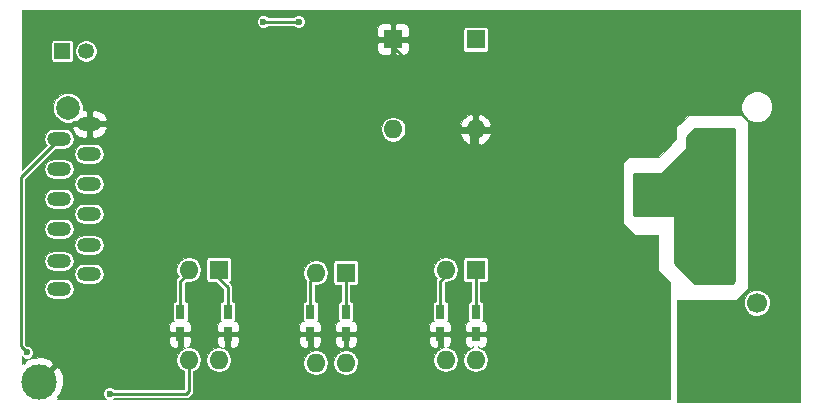
<source format=gbr>
G04 #@! TF.FileFunction,Copper,L2,Bot,Signal*
%FSLAX46Y46*%
G04 Gerber Fmt 4.6, Leading zero omitted, Abs format (unit mm)*
G04 Created by KiCad (PCBNEW 4.0.4+e1-6308~48~ubuntu14.04.1-stable) date Wed Jan  4 17:00:53 2017*
%MOMM*%
%LPD*%
G01*
G04 APERTURE LIST*
%ADD10C,0.100000*%
%ADD11R,1.350000X1.350000*%
%ADD12C,1.350000*%
%ADD13R,0.750000X1.200000*%
%ADD14C,1.700000*%
%ADD15C,3.000000*%
%ADD16R,1.600000X1.600000*%
%ADD17O,1.600000X1.600000*%
%ADD18O,2.000000X1.200000*%
%ADD19C,2.000000*%
%ADD20C,0.600000*%
%ADD21C,0.250000*%
%ADD22C,0.254000*%
G04 APERTURE END LIST*
D10*
D11*
X154000000Y-93000000D03*
D12*
X156000000Y-93000000D03*
D13*
X189000000Y-115050000D03*
X189000000Y-116950000D03*
X186000000Y-115050000D03*
X186000000Y-116950000D03*
X168000000Y-115050000D03*
X168000000Y-116950000D03*
X164000000Y-115050000D03*
X164000000Y-116950000D03*
X178000000Y-115050000D03*
X178000000Y-116950000D03*
X175000000Y-115050000D03*
X175000000Y-116950000D03*
D14*
X212800000Y-114300000D03*
D15*
X152000000Y-121000000D03*
D16*
X167250000Y-111500000D03*
D17*
X164710000Y-119120000D03*
X164710000Y-111500000D03*
X167250000Y-119120000D03*
D16*
X189000000Y-92000000D03*
D17*
X189000000Y-99620000D03*
D16*
X178000000Y-111750000D03*
D17*
X175460000Y-119370000D03*
X175460000Y-111750000D03*
X178000000Y-119370000D03*
D16*
X189000000Y-111500000D03*
D17*
X186460000Y-119120000D03*
X186460000Y-111500000D03*
X189000000Y-119120000D03*
D16*
X182000000Y-92000000D03*
D17*
X182000000Y-99620000D03*
D18*
X156270000Y-99150000D03*
X153730000Y-100420000D03*
X156270000Y-101690000D03*
X153730000Y-102966000D03*
X156270000Y-104230000D03*
X153730000Y-105500000D03*
X156270000Y-106770000D03*
X153730000Y-108040000D03*
X156270000Y-109400000D03*
X153730000Y-110780000D03*
X156270000Y-111850000D03*
X153730000Y-113120000D03*
D19*
X154470000Y-97800000D03*
D20*
X172250000Y-98250000D03*
X169500000Y-98250000D03*
X214750000Y-110250000D03*
X214750000Y-107250000D03*
X214750000Y-101750000D03*
X214750000Y-104500000D03*
X202500000Y-99000000D03*
X198000000Y-104500000D03*
X192000000Y-105500000D03*
X192000000Y-107000000D03*
X163600000Y-96800000D03*
X200600000Y-117500000D03*
X175000000Y-98400000D03*
X173400000Y-94400000D03*
X208750000Y-110000000D03*
X208750000Y-107250000D03*
X208000000Y-104500000D03*
X174000000Y-90500000D03*
X171000000Y-90500000D03*
X151000000Y-118500000D03*
X158000000Y-122000000D03*
D21*
X156270000Y-99150000D02*
X156270000Y-96730000D01*
X157000000Y-96000000D02*
X163600000Y-96000000D01*
X156270000Y-96730000D02*
X157000000Y-96000000D01*
X214750000Y-101750000D02*
X214750000Y-96350000D01*
X205300000Y-96200000D02*
X202500000Y-99000000D01*
X214600000Y-96200000D02*
X205300000Y-96200000D01*
X214750000Y-96350000D02*
X214600000Y-96200000D01*
X172000000Y-98000000D02*
X172000000Y-96000000D01*
X172250000Y-98250000D02*
X172000000Y-98000000D01*
X169500000Y-98250000D02*
X169500000Y-96000000D01*
X214750000Y-110250000D02*
X214750000Y-107250000D01*
X214750000Y-107250000D02*
X214750000Y-104500000D01*
X214750000Y-104500000D02*
X214750000Y-101750000D01*
X201680000Y-99820000D02*
X188600000Y-99820000D01*
X202500000Y-99000000D02*
X201680000Y-99820000D01*
X164000000Y-116950000D02*
X156050000Y-116950000D01*
X156050000Y-116950000D02*
X152000000Y-121000000D01*
X193500000Y-104000000D02*
X192000000Y-105500000D01*
X197500000Y-104000000D02*
X193500000Y-104000000D01*
X198000000Y-104500000D02*
X197500000Y-104000000D01*
X192000000Y-105500000D02*
X192000000Y-107000000D01*
X192000000Y-107000000D02*
X190400000Y-107000000D01*
X190400000Y-107000000D02*
X188600000Y-105200000D01*
X188600000Y-105200000D02*
X188600000Y-99820000D01*
X182200000Y-92200000D02*
X182200000Y-92800000D01*
X182200000Y-92800000D02*
X184100000Y-94700000D01*
X188600000Y-99820000D02*
X185580000Y-99820000D01*
X185580000Y-99820000D02*
X185400000Y-100000000D01*
X163600000Y-96800000D02*
X163600000Y-96000000D01*
X182800000Y-96000000D02*
X182800000Y-97600000D01*
X184100000Y-94700000D02*
X182800000Y-96000000D01*
X164000000Y-116950000D02*
X168000000Y-116950000D01*
X168000000Y-116950000D02*
X175000000Y-116950000D01*
X175000000Y-116950000D02*
X178000000Y-116950000D01*
X178000000Y-116950000D02*
X186000000Y-116950000D01*
X186000000Y-116950000D02*
X189000000Y-116950000D01*
X189000000Y-116950000D02*
X189050000Y-117000000D01*
X189050000Y-117000000D02*
X191200000Y-117000000D01*
X191200000Y-117000000D02*
X192200000Y-116000000D01*
X173400000Y-96000000D02*
X172000000Y-96000000D01*
X172000000Y-96000000D02*
X169500000Y-96000000D01*
X169500000Y-96000000D02*
X163600000Y-96000000D01*
X192200000Y-116000000D02*
X192200000Y-113400000D01*
X197400000Y-113400000D02*
X192200000Y-113400000D01*
X192200000Y-113400000D02*
X192200000Y-111400000D01*
X192200000Y-111400000D02*
X190400000Y-109600000D01*
X197400000Y-114300000D02*
X197400000Y-113400000D01*
X200600000Y-117500000D02*
X197400000Y-114300000D01*
X175000000Y-98400000D02*
X175000000Y-96000000D01*
X173400000Y-94400000D02*
X173400000Y-96000000D01*
X181200000Y-96000000D02*
X175000000Y-96000000D01*
X175000000Y-96000000D02*
X173400000Y-96000000D01*
X190400000Y-105200000D02*
X188200000Y-103000000D01*
X188200000Y-103000000D02*
X185600000Y-100400000D01*
X185600000Y-100400000D02*
X182800000Y-97600000D01*
X190400000Y-107000000D02*
X190400000Y-105500000D01*
X190400000Y-105500000D02*
X190400000Y-105200000D01*
X190400000Y-109600000D02*
X190400000Y-107000000D01*
X182800000Y-97600000D02*
X181200000Y-96000000D01*
X208500000Y-109750000D02*
X207000000Y-109750000D01*
X208750000Y-110000000D02*
X208500000Y-109750000D01*
X208000000Y-106500000D02*
X207250000Y-106500000D01*
X208750000Y-107250000D02*
X208000000Y-106500000D01*
X207250000Y-103750000D02*
X207250000Y-102500000D01*
X208000000Y-104500000D02*
X207250000Y-103750000D01*
X171000000Y-90500000D02*
X174000000Y-90500000D01*
X164710000Y-119120000D02*
X164710000Y-121790000D01*
X150500000Y-103650000D02*
X153730000Y-100420000D01*
X150500000Y-118000000D02*
X150500000Y-103650000D01*
X151000000Y-118500000D02*
X150500000Y-118000000D01*
X164500000Y-122000000D02*
X158000000Y-122000000D01*
X164710000Y-121790000D02*
X164500000Y-122000000D01*
X175000000Y-115050000D02*
X175000000Y-112460000D01*
X175000000Y-112460000D02*
X175460000Y-112000000D01*
X178000000Y-115050000D02*
X178000000Y-112000000D01*
X164000000Y-112460000D02*
X164460000Y-112000000D01*
X164000000Y-115050000D02*
X164000000Y-112460000D01*
X168000000Y-113000000D02*
X167000000Y-112000000D01*
X168000000Y-115050000D02*
X168000000Y-113000000D01*
X186000000Y-115050000D02*
X186000000Y-112460000D01*
X186000000Y-112460000D02*
X186460000Y-112000000D01*
X189000000Y-115050000D02*
X189000000Y-112000000D01*
D22*
G36*
X210873000Y-112447394D02*
X210697394Y-112623000D01*
X207552606Y-112623000D01*
X205877000Y-110947394D01*
X205877000Y-107000000D01*
X205866994Y-106950590D01*
X205838553Y-106908965D01*
X205796159Y-106881685D01*
X205750000Y-106873000D01*
X202377000Y-106873000D01*
X202377000Y-103377000D01*
X204750000Y-103377000D01*
X204799410Y-103366994D01*
X204839803Y-103339803D01*
X206839803Y-101339803D01*
X206867666Y-101297789D01*
X206877000Y-101250000D01*
X206877000Y-100302606D01*
X207552606Y-99627000D01*
X210873000Y-99627000D01*
X210873000Y-112447394D01*
X210873000Y-112447394D01*
G37*
X210873000Y-112447394D02*
X210697394Y-112623000D01*
X207552606Y-112623000D01*
X205877000Y-110947394D01*
X205877000Y-107000000D01*
X205866994Y-106950590D01*
X205838553Y-106908965D01*
X205796159Y-106881685D01*
X205750000Y-106873000D01*
X202377000Y-106873000D01*
X202377000Y-103377000D01*
X204750000Y-103377000D01*
X204799410Y-103366994D01*
X204839803Y-103339803D01*
X206839803Y-101339803D01*
X206867666Y-101297789D01*
X206877000Y-101250000D01*
X206877000Y-100302606D01*
X207552606Y-99627000D01*
X210873000Y-99627000D01*
X210873000Y-112447394D01*
D10*
G36*
X216450000Y-122675000D02*
X206050000Y-122675000D01*
X206050000Y-114517844D01*
X211699810Y-114517844D01*
X211866922Y-114922286D01*
X212176087Y-115231991D01*
X212580237Y-115399808D01*
X213017844Y-115400190D01*
X213422286Y-115233078D01*
X213731991Y-114923913D01*
X213899808Y-114519763D01*
X213900190Y-114082156D01*
X213733078Y-113677714D01*
X213423913Y-113368009D01*
X213019763Y-113200192D01*
X212582156Y-113199810D01*
X212177714Y-113366922D01*
X211868009Y-113676087D01*
X211700192Y-114080237D01*
X211699810Y-114517844D01*
X206050000Y-114517844D01*
X206050000Y-114050000D01*
X211000000Y-114050000D01*
X211019453Y-114046061D01*
X211035355Y-114035355D01*
X212035355Y-113035355D01*
X212046325Y-113018815D01*
X212050000Y-113000000D01*
X212050000Y-99000000D01*
X212046061Y-98980547D01*
X212035355Y-98964645D01*
X211535355Y-98464645D01*
X211518815Y-98453675D01*
X211500000Y-98450000D01*
X207000000Y-98450000D01*
X206980547Y-98453939D01*
X206964645Y-98464645D01*
X205964645Y-99464645D01*
X205953675Y-99481185D01*
X205950000Y-99500000D01*
X205950000Y-100479290D01*
X204479290Y-101950000D01*
X202000000Y-101950000D01*
X201980547Y-101953939D01*
X201964645Y-101964645D01*
X201464645Y-102464645D01*
X201453675Y-102481185D01*
X201450000Y-102500000D01*
X201450000Y-107500000D01*
X201453939Y-107519453D01*
X201464645Y-107535355D01*
X202464645Y-108535355D01*
X202481185Y-108546325D01*
X202500000Y-108550000D01*
X204450000Y-108550000D01*
X204450000Y-111500000D01*
X204453939Y-111519453D01*
X204464645Y-111535355D01*
X205450000Y-112520710D01*
X205450000Y-122450000D01*
X158327711Y-122450000D01*
X158402842Y-122375000D01*
X164500000Y-122375000D01*
X164643507Y-122346455D01*
X164765165Y-122265165D01*
X164975165Y-122055165D01*
X165056455Y-121933507D01*
X165085000Y-121790000D01*
X165085000Y-120115979D01*
X165111818Y-120110645D01*
X165452462Y-119883033D01*
X165680074Y-119542389D01*
X165760000Y-119140571D01*
X165760000Y-119099429D01*
X166200000Y-119099429D01*
X166200000Y-119140571D01*
X166279926Y-119542389D01*
X166507538Y-119883033D01*
X166848182Y-120110645D01*
X167250000Y-120190571D01*
X167651818Y-120110645D01*
X167992462Y-119883033D01*
X168220074Y-119542389D01*
X168258455Y-119349429D01*
X174410000Y-119349429D01*
X174410000Y-119390571D01*
X174489926Y-119792389D01*
X174717538Y-120133033D01*
X175058182Y-120360645D01*
X175460000Y-120440571D01*
X175861818Y-120360645D01*
X176202462Y-120133033D01*
X176430074Y-119792389D01*
X176510000Y-119390571D01*
X176510000Y-119349429D01*
X176950000Y-119349429D01*
X176950000Y-119390571D01*
X177029926Y-119792389D01*
X177257538Y-120133033D01*
X177598182Y-120360645D01*
X178000000Y-120440571D01*
X178401818Y-120360645D01*
X178742462Y-120133033D01*
X178970074Y-119792389D01*
X179050000Y-119390571D01*
X179050000Y-119349429D01*
X179000273Y-119099429D01*
X185410000Y-119099429D01*
X185410000Y-119140571D01*
X185489926Y-119542389D01*
X185717538Y-119883033D01*
X186058182Y-120110645D01*
X186460000Y-120190571D01*
X186861818Y-120110645D01*
X187202462Y-119883033D01*
X187430074Y-119542389D01*
X187510000Y-119140571D01*
X187510000Y-119099429D01*
X187950000Y-119099429D01*
X187950000Y-119140571D01*
X188029926Y-119542389D01*
X188257538Y-119883033D01*
X188598182Y-120110645D01*
X189000000Y-120190571D01*
X189401818Y-120110645D01*
X189742462Y-119883033D01*
X189970074Y-119542389D01*
X190050000Y-119140571D01*
X190050000Y-119099429D01*
X189970074Y-118697611D01*
X189742462Y-118356967D01*
X189401818Y-118129355D01*
X189204002Y-118090007D01*
X189204002Y-117985002D01*
X189327000Y-118108000D01*
X189485993Y-118108000D01*
X189691082Y-118023049D01*
X189848050Y-117866082D01*
X189933000Y-117660993D01*
X189933000Y-117293500D01*
X189793500Y-117154000D01*
X189187500Y-117154000D01*
X189187500Y-117174000D01*
X188812500Y-117174000D01*
X188812500Y-117154000D01*
X188206500Y-117154000D01*
X188067000Y-117293500D01*
X188067000Y-117660993D01*
X188151950Y-117866082D01*
X188308918Y-118023049D01*
X188514007Y-118108000D01*
X188673000Y-118108000D01*
X188795998Y-117985002D01*
X188795998Y-118090007D01*
X188598182Y-118129355D01*
X188257538Y-118356967D01*
X188029926Y-118697611D01*
X187950000Y-119099429D01*
X187510000Y-119099429D01*
X187430074Y-118697611D01*
X187202462Y-118356967D01*
X186861818Y-118129355D01*
X186573089Y-118071924D01*
X186691082Y-118023049D01*
X186848050Y-117866082D01*
X186933000Y-117660993D01*
X186933000Y-117293500D01*
X186793500Y-117154000D01*
X186187500Y-117154000D01*
X186187500Y-117968500D01*
X186300212Y-118081212D01*
X186058182Y-118129355D01*
X185717538Y-118356967D01*
X185489926Y-118697611D01*
X185410000Y-119099429D01*
X179000273Y-119099429D01*
X178970074Y-118947611D01*
X178742462Y-118606967D01*
X178401818Y-118379355D01*
X178000000Y-118299429D01*
X177598182Y-118379355D01*
X177257538Y-118606967D01*
X177029926Y-118947611D01*
X176950000Y-119349429D01*
X176510000Y-119349429D01*
X176430074Y-118947611D01*
X176202462Y-118606967D01*
X175861818Y-118379355D01*
X175460000Y-118299429D01*
X175058182Y-118379355D01*
X174717538Y-118606967D01*
X174489926Y-118947611D01*
X174410000Y-119349429D01*
X168258455Y-119349429D01*
X168300000Y-119140571D01*
X168300000Y-119099429D01*
X168220074Y-118697611D01*
X167992462Y-118356967D01*
X167651818Y-118129355D01*
X167544458Y-118108000D01*
X167673000Y-118108000D01*
X167812500Y-117968500D01*
X167812500Y-117154000D01*
X168187500Y-117154000D01*
X168187500Y-117968500D01*
X168327000Y-118108000D01*
X168485993Y-118108000D01*
X168691082Y-118023049D01*
X168848050Y-117866082D01*
X168933000Y-117660993D01*
X168933000Y-117293500D01*
X174067000Y-117293500D01*
X174067000Y-117660993D01*
X174151950Y-117866082D01*
X174308918Y-118023049D01*
X174514007Y-118108000D01*
X174673000Y-118108000D01*
X174812500Y-117968500D01*
X174812500Y-117154000D01*
X175187500Y-117154000D01*
X175187500Y-117968500D01*
X175327000Y-118108000D01*
X175485993Y-118108000D01*
X175691082Y-118023049D01*
X175848050Y-117866082D01*
X175933000Y-117660993D01*
X175933000Y-117293500D01*
X177067000Y-117293500D01*
X177067000Y-117660993D01*
X177151950Y-117866082D01*
X177308918Y-118023049D01*
X177514007Y-118108000D01*
X177673000Y-118108000D01*
X177812500Y-117968500D01*
X177812500Y-117154000D01*
X178187500Y-117154000D01*
X178187500Y-117968500D01*
X178327000Y-118108000D01*
X178485993Y-118108000D01*
X178691082Y-118023049D01*
X178848050Y-117866082D01*
X178933000Y-117660993D01*
X178933000Y-117293500D01*
X185067000Y-117293500D01*
X185067000Y-117660993D01*
X185151950Y-117866082D01*
X185308918Y-118023049D01*
X185514007Y-118108000D01*
X185673000Y-118108000D01*
X185812500Y-117968500D01*
X185812500Y-117154000D01*
X185206500Y-117154000D01*
X185067000Y-117293500D01*
X178933000Y-117293500D01*
X178793500Y-117154000D01*
X178187500Y-117154000D01*
X177812500Y-117154000D01*
X177206500Y-117154000D01*
X177067000Y-117293500D01*
X175933000Y-117293500D01*
X175793500Y-117154000D01*
X175187500Y-117154000D01*
X174812500Y-117154000D01*
X174206500Y-117154000D01*
X174067000Y-117293500D01*
X168933000Y-117293500D01*
X168793500Y-117154000D01*
X168187500Y-117154000D01*
X167812500Y-117154000D01*
X167206500Y-117154000D01*
X167067000Y-117293500D01*
X167067000Y-117660993D01*
X167151950Y-117866082D01*
X167308918Y-118023049D01*
X167485874Y-118096347D01*
X167250000Y-118049429D01*
X166848182Y-118129355D01*
X166507538Y-118356967D01*
X166279926Y-118697611D01*
X166200000Y-119099429D01*
X165760000Y-119099429D01*
X165680074Y-118697611D01*
X165452462Y-118356967D01*
X165111818Y-118129355D01*
X164710000Y-118049429D01*
X164551080Y-118081040D01*
X164691082Y-118023049D01*
X164848050Y-117866082D01*
X164933000Y-117660993D01*
X164933000Y-117293500D01*
X164793500Y-117154000D01*
X164187500Y-117154000D01*
X164187500Y-117968500D01*
X164327000Y-118108000D01*
X164415542Y-118108000D01*
X164308182Y-118129355D01*
X163967538Y-118356967D01*
X163739926Y-118697611D01*
X163660000Y-119099429D01*
X163660000Y-119140571D01*
X163739926Y-119542389D01*
X163967538Y-119883033D01*
X164308182Y-120110645D01*
X164335000Y-120115979D01*
X164335000Y-121625000D01*
X158402793Y-121625000D01*
X158311957Y-121534005D01*
X158109882Y-121450096D01*
X157891078Y-121449905D01*
X157688857Y-121533461D01*
X157534005Y-121688043D01*
X157450096Y-121890118D01*
X157449905Y-122108922D01*
X157533461Y-122311143D01*
X157672076Y-122450000D01*
X153516085Y-122450000D01*
X153627294Y-122338791D01*
X153521814Y-122233311D01*
X153809442Y-122062479D01*
X154078300Y-121289159D01*
X154030756Y-120471817D01*
X153809442Y-119937521D01*
X153521812Y-119766688D01*
X152288500Y-121000000D01*
X152302642Y-121014142D01*
X152014142Y-121302642D01*
X152000000Y-121288500D01*
X151985858Y-121302642D01*
X151697358Y-121014142D01*
X151711500Y-121000000D01*
X151697358Y-120985858D01*
X151985858Y-120697358D01*
X152000000Y-120711500D01*
X153233312Y-119478188D01*
X153062479Y-119190558D01*
X152289159Y-118921700D01*
X151471817Y-118969244D01*
X150937521Y-119190558D01*
X150766689Y-119478186D01*
X150661209Y-119372706D01*
X150550000Y-119483915D01*
X150550000Y-118827711D01*
X150688043Y-118965995D01*
X150890118Y-119049904D01*
X151108922Y-119050095D01*
X151311143Y-118966539D01*
X151465995Y-118811957D01*
X151549904Y-118609882D01*
X151550095Y-118391078D01*
X151466539Y-118188857D01*
X151311957Y-118034005D01*
X151109882Y-117950096D01*
X150980313Y-117949983D01*
X150875000Y-117844670D01*
X150875000Y-117293500D01*
X163067000Y-117293500D01*
X163067000Y-117660993D01*
X163151950Y-117866082D01*
X163308918Y-118023049D01*
X163514007Y-118108000D01*
X163673000Y-118108000D01*
X163812500Y-117968500D01*
X163812500Y-117154000D01*
X163206500Y-117154000D01*
X163067000Y-117293500D01*
X150875000Y-117293500D01*
X150875000Y-116239007D01*
X163067000Y-116239007D01*
X163067000Y-116606500D01*
X163206500Y-116746000D01*
X163812500Y-116746000D01*
X163812500Y-116726000D01*
X164187500Y-116726000D01*
X164187500Y-116746000D01*
X164793500Y-116746000D01*
X164933000Y-116606500D01*
X164933000Y-116239007D01*
X164848050Y-116033918D01*
X164691082Y-115876951D01*
X164559691Y-115822527D01*
X164609815Y-115749169D01*
X164629897Y-115650000D01*
X164629897Y-114450000D01*
X164612465Y-114357356D01*
X164557712Y-114272268D01*
X164474169Y-114215185D01*
X164375000Y-114195103D01*
X164375000Y-112615330D01*
X164467913Y-112522417D01*
X164710000Y-112570571D01*
X165111818Y-112490645D01*
X165452462Y-112263033D01*
X165680074Y-111922389D01*
X165760000Y-111520571D01*
X165760000Y-111479429D01*
X165680074Y-111077611D01*
X165452462Y-110736967D01*
X165397138Y-110700000D01*
X166195103Y-110700000D01*
X166195103Y-112300000D01*
X166212535Y-112392644D01*
X166267288Y-112477732D01*
X166350831Y-112534815D01*
X166450000Y-112554897D01*
X167024567Y-112554897D01*
X167625000Y-113155330D01*
X167625000Y-114195103D01*
X167532356Y-114212535D01*
X167447268Y-114267288D01*
X167390185Y-114350831D01*
X167370103Y-114450000D01*
X167370103Y-115650000D01*
X167387535Y-115742644D01*
X167439227Y-115822975D01*
X167308918Y-115876951D01*
X167151950Y-116033918D01*
X167067000Y-116239007D01*
X167067000Y-116606500D01*
X167206500Y-116746000D01*
X167812500Y-116746000D01*
X167812500Y-116726000D01*
X168187500Y-116726000D01*
X168187500Y-116746000D01*
X168793500Y-116746000D01*
X168933000Y-116606500D01*
X168933000Y-116239007D01*
X174067000Y-116239007D01*
X174067000Y-116606500D01*
X174206500Y-116746000D01*
X174812500Y-116746000D01*
X174812500Y-116726000D01*
X175187500Y-116726000D01*
X175187500Y-116746000D01*
X175793500Y-116746000D01*
X175933000Y-116606500D01*
X175933000Y-116239007D01*
X175848050Y-116033918D01*
X175691082Y-115876951D01*
X175559691Y-115822527D01*
X175609815Y-115749169D01*
X175629897Y-115650000D01*
X175629897Y-114450000D01*
X175612465Y-114357356D01*
X175557712Y-114272268D01*
X175474169Y-114215185D01*
X175375000Y-114195103D01*
X175375000Y-112803664D01*
X175460000Y-112820571D01*
X175861818Y-112740645D01*
X176202462Y-112513033D01*
X176430074Y-112172389D01*
X176510000Y-111770571D01*
X176510000Y-111729429D01*
X176430074Y-111327611D01*
X176202462Y-110986967D01*
X176147138Y-110950000D01*
X176945103Y-110950000D01*
X176945103Y-112550000D01*
X176962535Y-112642644D01*
X177017288Y-112727732D01*
X177100831Y-112784815D01*
X177200000Y-112804897D01*
X177625000Y-112804897D01*
X177625000Y-114195103D01*
X177532356Y-114212535D01*
X177447268Y-114267288D01*
X177390185Y-114350831D01*
X177370103Y-114450000D01*
X177370103Y-115650000D01*
X177387535Y-115742644D01*
X177439227Y-115822975D01*
X177308918Y-115876951D01*
X177151950Y-116033918D01*
X177067000Y-116239007D01*
X177067000Y-116606500D01*
X177206500Y-116746000D01*
X177812500Y-116746000D01*
X177812500Y-116726000D01*
X178187500Y-116726000D01*
X178187500Y-116746000D01*
X178793500Y-116746000D01*
X178933000Y-116606500D01*
X178933000Y-116239007D01*
X185067000Y-116239007D01*
X185067000Y-116606500D01*
X185206500Y-116746000D01*
X185812500Y-116746000D01*
X185812500Y-116726000D01*
X186187500Y-116726000D01*
X186187500Y-116746000D01*
X186793500Y-116746000D01*
X186933000Y-116606500D01*
X186933000Y-116239007D01*
X186848050Y-116033918D01*
X186691082Y-115876951D01*
X186559691Y-115822527D01*
X186609815Y-115749169D01*
X186629897Y-115650000D01*
X186629897Y-114450000D01*
X186612465Y-114357356D01*
X186557712Y-114272268D01*
X186474169Y-114215185D01*
X186375000Y-114195103D01*
X186375000Y-112615330D01*
X186426435Y-112563895D01*
X186460000Y-112570571D01*
X186861818Y-112490645D01*
X187202462Y-112263033D01*
X187430074Y-111922389D01*
X187510000Y-111520571D01*
X187510000Y-111479429D01*
X187430074Y-111077611D01*
X187202462Y-110736967D01*
X187147138Y-110700000D01*
X187945103Y-110700000D01*
X187945103Y-112300000D01*
X187962535Y-112392644D01*
X188017288Y-112477732D01*
X188100831Y-112534815D01*
X188200000Y-112554897D01*
X188625000Y-112554897D01*
X188625000Y-114195103D01*
X188532356Y-114212535D01*
X188447268Y-114267288D01*
X188390185Y-114350831D01*
X188370103Y-114450000D01*
X188370103Y-115650000D01*
X188387535Y-115742644D01*
X188439227Y-115822975D01*
X188308918Y-115876951D01*
X188151950Y-116033918D01*
X188067000Y-116239007D01*
X188067000Y-116606500D01*
X188206500Y-116746000D01*
X188812500Y-116746000D01*
X188812500Y-116726000D01*
X189187500Y-116726000D01*
X189187500Y-116746000D01*
X189793500Y-116746000D01*
X189933000Y-116606500D01*
X189933000Y-116239007D01*
X189848050Y-116033918D01*
X189691082Y-115876951D01*
X189559691Y-115822527D01*
X189609815Y-115749169D01*
X189629897Y-115650000D01*
X189629897Y-114450000D01*
X189612465Y-114357356D01*
X189557712Y-114272268D01*
X189474169Y-114215185D01*
X189375000Y-114195103D01*
X189375000Y-112554897D01*
X189800000Y-112554897D01*
X189892644Y-112537465D01*
X189977732Y-112482712D01*
X190034815Y-112399169D01*
X190054897Y-112300000D01*
X190054897Y-110700000D01*
X190037465Y-110607356D01*
X189982712Y-110522268D01*
X189899169Y-110465185D01*
X189800000Y-110445103D01*
X188200000Y-110445103D01*
X188107356Y-110462535D01*
X188022268Y-110517288D01*
X187965185Y-110600831D01*
X187945103Y-110700000D01*
X187147138Y-110700000D01*
X186861818Y-110509355D01*
X186460000Y-110429429D01*
X186058182Y-110509355D01*
X185717538Y-110736967D01*
X185489926Y-111077611D01*
X185410000Y-111479429D01*
X185410000Y-111520571D01*
X185489926Y-111922389D01*
X185703402Y-112241877D01*
X185653545Y-112316493D01*
X185653545Y-112316494D01*
X185625000Y-112460000D01*
X185625000Y-114195103D01*
X185532356Y-114212535D01*
X185447268Y-114267288D01*
X185390185Y-114350831D01*
X185370103Y-114450000D01*
X185370103Y-115650000D01*
X185387535Y-115742644D01*
X185439227Y-115822975D01*
X185308918Y-115876951D01*
X185151950Y-116033918D01*
X185067000Y-116239007D01*
X178933000Y-116239007D01*
X178848050Y-116033918D01*
X178691082Y-115876951D01*
X178559691Y-115822527D01*
X178609815Y-115749169D01*
X178629897Y-115650000D01*
X178629897Y-114450000D01*
X178612465Y-114357356D01*
X178557712Y-114272268D01*
X178474169Y-114215185D01*
X178375000Y-114195103D01*
X178375000Y-112804897D01*
X178800000Y-112804897D01*
X178892644Y-112787465D01*
X178977732Y-112732712D01*
X179034815Y-112649169D01*
X179054897Y-112550000D01*
X179054897Y-110950000D01*
X179037465Y-110857356D01*
X178982712Y-110772268D01*
X178899169Y-110715185D01*
X178800000Y-110695103D01*
X177200000Y-110695103D01*
X177107356Y-110712535D01*
X177022268Y-110767288D01*
X176965185Y-110850831D01*
X176945103Y-110950000D01*
X176147138Y-110950000D01*
X175861818Y-110759355D01*
X175460000Y-110679429D01*
X175058182Y-110759355D01*
X174717538Y-110986967D01*
X174489926Y-111327611D01*
X174410000Y-111729429D01*
X174410000Y-111770571D01*
X174489926Y-112172389D01*
X174638099Y-112394145D01*
X174625000Y-112460000D01*
X174625000Y-114195103D01*
X174532356Y-114212535D01*
X174447268Y-114267288D01*
X174390185Y-114350831D01*
X174370103Y-114450000D01*
X174370103Y-115650000D01*
X174387535Y-115742644D01*
X174439227Y-115822975D01*
X174308918Y-115876951D01*
X174151950Y-116033918D01*
X174067000Y-116239007D01*
X168933000Y-116239007D01*
X168848050Y-116033918D01*
X168691082Y-115876951D01*
X168559691Y-115822527D01*
X168609815Y-115749169D01*
X168629897Y-115650000D01*
X168629897Y-114450000D01*
X168612465Y-114357356D01*
X168557712Y-114272268D01*
X168474169Y-114215185D01*
X168375000Y-114195103D01*
X168375000Y-113000000D01*
X168346455Y-112856494D01*
X168265165Y-112734835D01*
X168079648Y-112549318D01*
X168142644Y-112537465D01*
X168227732Y-112482712D01*
X168284815Y-112399169D01*
X168304897Y-112300000D01*
X168304897Y-110700000D01*
X168287465Y-110607356D01*
X168232712Y-110522268D01*
X168149169Y-110465185D01*
X168050000Y-110445103D01*
X166450000Y-110445103D01*
X166357356Y-110462535D01*
X166272268Y-110517288D01*
X166215185Y-110600831D01*
X166195103Y-110700000D01*
X165397138Y-110700000D01*
X165111818Y-110509355D01*
X164710000Y-110429429D01*
X164308182Y-110509355D01*
X163967538Y-110736967D01*
X163739926Y-111077611D01*
X163660000Y-111479429D01*
X163660000Y-111520571D01*
X163739926Y-111922389D01*
X163847014Y-112082656D01*
X163734835Y-112194835D01*
X163653545Y-112316493D01*
X163653545Y-112316494D01*
X163625000Y-112460000D01*
X163625000Y-114195103D01*
X163532356Y-114212535D01*
X163447268Y-114267288D01*
X163390185Y-114350831D01*
X163370103Y-114450000D01*
X163370103Y-115650000D01*
X163387535Y-115742644D01*
X163439227Y-115822975D01*
X163308918Y-115876951D01*
X163151950Y-116033918D01*
X163067000Y-116239007D01*
X150875000Y-116239007D01*
X150875000Y-113120000D01*
X152455511Y-113120000D01*
X152520213Y-113445281D01*
X152704470Y-113721041D01*
X152980230Y-113905298D01*
X153305511Y-113970000D01*
X154154489Y-113970000D01*
X154479770Y-113905298D01*
X154755530Y-113721041D01*
X154939787Y-113445281D01*
X155004489Y-113120000D01*
X154939787Y-112794719D01*
X154755530Y-112518959D01*
X154479770Y-112334702D01*
X154154489Y-112270000D01*
X153305511Y-112270000D01*
X152980230Y-112334702D01*
X152704470Y-112518959D01*
X152520213Y-112794719D01*
X152455511Y-113120000D01*
X150875000Y-113120000D01*
X150875000Y-111850000D01*
X154995511Y-111850000D01*
X155060213Y-112175281D01*
X155244470Y-112451041D01*
X155520230Y-112635298D01*
X155845511Y-112700000D01*
X156694489Y-112700000D01*
X157019770Y-112635298D01*
X157295530Y-112451041D01*
X157479787Y-112175281D01*
X157544489Y-111850000D01*
X157479787Y-111524719D01*
X157295530Y-111248959D01*
X157019770Y-111064702D01*
X156694489Y-111000000D01*
X155845511Y-111000000D01*
X155520230Y-111064702D01*
X155244470Y-111248959D01*
X155060213Y-111524719D01*
X154995511Y-111850000D01*
X150875000Y-111850000D01*
X150875000Y-110780000D01*
X152455511Y-110780000D01*
X152520213Y-111105281D01*
X152704470Y-111381041D01*
X152980230Y-111565298D01*
X153305511Y-111630000D01*
X154154489Y-111630000D01*
X154479770Y-111565298D01*
X154755530Y-111381041D01*
X154939787Y-111105281D01*
X155004489Y-110780000D01*
X154939787Y-110454719D01*
X154755530Y-110178959D01*
X154479770Y-109994702D01*
X154154489Y-109930000D01*
X153305511Y-109930000D01*
X152980230Y-109994702D01*
X152704470Y-110178959D01*
X152520213Y-110454719D01*
X152455511Y-110780000D01*
X150875000Y-110780000D01*
X150875000Y-109400000D01*
X154995511Y-109400000D01*
X155060213Y-109725281D01*
X155244470Y-110001041D01*
X155520230Y-110185298D01*
X155845511Y-110250000D01*
X156694489Y-110250000D01*
X157019770Y-110185298D01*
X157295530Y-110001041D01*
X157479787Y-109725281D01*
X157544489Y-109400000D01*
X157479787Y-109074719D01*
X157295530Y-108798959D01*
X157019770Y-108614702D01*
X156694489Y-108550000D01*
X155845511Y-108550000D01*
X155520230Y-108614702D01*
X155244470Y-108798959D01*
X155060213Y-109074719D01*
X154995511Y-109400000D01*
X150875000Y-109400000D01*
X150875000Y-108040000D01*
X152455511Y-108040000D01*
X152520213Y-108365281D01*
X152704470Y-108641041D01*
X152980230Y-108825298D01*
X153305511Y-108890000D01*
X154154489Y-108890000D01*
X154479770Y-108825298D01*
X154755530Y-108641041D01*
X154939787Y-108365281D01*
X155004489Y-108040000D01*
X154939787Y-107714719D01*
X154755530Y-107438959D01*
X154479770Y-107254702D01*
X154154489Y-107190000D01*
X153305511Y-107190000D01*
X152980230Y-107254702D01*
X152704470Y-107438959D01*
X152520213Y-107714719D01*
X152455511Y-108040000D01*
X150875000Y-108040000D01*
X150875000Y-106770000D01*
X154995511Y-106770000D01*
X155060213Y-107095281D01*
X155244470Y-107371041D01*
X155520230Y-107555298D01*
X155845511Y-107620000D01*
X156694489Y-107620000D01*
X157019770Y-107555298D01*
X157295530Y-107371041D01*
X157479787Y-107095281D01*
X157544489Y-106770000D01*
X157479787Y-106444719D01*
X157295530Y-106168959D01*
X157019770Y-105984702D01*
X156694489Y-105920000D01*
X155845511Y-105920000D01*
X155520230Y-105984702D01*
X155244470Y-106168959D01*
X155060213Y-106444719D01*
X154995511Y-106770000D01*
X150875000Y-106770000D01*
X150875000Y-105500000D01*
X152455511Y-105500000D01*
X152520213Y-105825281D01*
X152704470Y-106101041D01*
X152980230Y-106285298D01*
X153305511Y-106350000D01*
X154154489Y-106350000D01*
X154479770Y-106285298D01*
X154755530Y-106101041D01*
X154939787Y-105825281D01*
X155004489Y-105500000D01*
X154939787Y-105174719D01*
X154755530Y-104898959D01*
X154479770Y-104714702D01*
X154154489Y-104650000D01*
X153305511Y-104650000D01*
X152980230Y-104714702D01*
X152704470Y-104898959D01*
X152520213Y-105174719D01*
X152455511Y-105500000D01*
X150875000Y-105500000D01*
X150875000Y-104230000D01*
X154995511Y-104230000D01*
X155060213Y-104555281D01*
X155244470Y-104831041D01*
X155520230Y-105015298D01*
X155845511Y-105080000D01*
X156694489Y-105080000D01*
X157019770Y-105015298D01*
X157295530Y-104831041D01*
X157479787Y-104555281D01*
X157544489Y-104230000D01*
X157479787Y-103904719D01*
X157295530Y-103628959D01*
X157019770Y-103444702D01*
X156694489Y-103380000D01*
X155845511Y-103380000D01*
X155520230Y-103444702D01*
X155244470Y-103628959D01*
X155060213Y-103904719D01*
X154995511Y-104230000D01*
X150875000Y-104230000D01*
X150875000Y-103805330D01*
X151714330Y-102966000D01*
X152455511Y-102966000D01*
X152520213Y-103291281D01*
X152704470Y-103567041D01*
X152980230Y-103751298D01*
X153305511Y-103816000D01*
X154154489Y-103816000D01*
X154479770Y-103751298D01*
X154755530Y-103567041D01*
X154939787Y-103291281D01*
X155004489Y-102966000D01*
X154939787Y-102640719D01*
X154755530Y-102364959D01*
X154479770Y-102180702D01*
X154154489Y-102116000D01*
X153305511Y-102116000D01*
X152980230Y-102180702D01*
X152704470Y-102364959D01*
X152520213Y-102640719D01*
X152455511Y-102966000D01*
X151714330Y-102966000D01*
X152990330Y-101690000D01*
X154995511Y-101690000D01*
X155060213Y-102015281D01*
X155244470Y-102291041D01*
X155520230Y-102475298D01*
X155845511Y-102540000D01*
X156694489Y-102540000D01*
X157019770Y-102475298D01*
X157295530Y-102291041D01*
X157479787Y-102015281D01*
X157544489Y-101690000D01*
X157479787Y-101364719D01*
X157295530Y-101088959D01*
X157019770Y-100904702D01*
X156694489Y-100840000D01*
X155845511Y-100840000D01*
X155520230Y-100904702D01*
X155244470Y-101088959D01*
X155060213Y-101364719D01*
X154995511Y-101690000D01*
X152990330Y-101690000D01*
X153410330Y-101270000D01*
X154154489Y-101270000D01*
X154479770Y-101205298D01*
X154755530Y-101021041D01*
X154939787Y-100745281D01*
X155004489Y-100420000D01*
X154939787Y-100094719D01*
X154755530Y-99818959D01*
X154479770Y-99634702D01*
X154154489Y-99570000D01*
X153305511Y-99570000D01*
X152980230Y-99634702D01*
X152704470Y-99818959D01*
X152520213Y-100094719D01*
X152455511Y-100420000D01*
X152520213Y-100745281D01*
X152662076Y-100957594D01*
X150550000Y-103069670D01*
X150550000Y-99529806D01*
X154776058Y-99529806D01*
X155034515Y-99999285D01*
X155423120Y-100254363D01*
X155879758Y-100341312D01*
X156066000Y-100185619D01*
X156066000Y-99354000D01*
X156474000Y-99354000D01*
X156474000Y-100185619D01*
X156660242Y-100341312D01*
X157116880Y-100254363D01*
X157505485Y-99999285D01*
X157725613Y-99599429D01*
X180950000Y-99599429D01*
X180950000Y-99640571D01*
X181029926Y-100042389D01*
X181257538Y-100383033D01*
X181598182Y-100610645D01*
X182000000Y-100690571D01*
X182401818Y-100610645D01*
X182742462Y-100383033D01*
X182970074Y-100042389D01*
X182972236Y-100031518D01*
X187705835Y-100031518D01*
X187961829Y-100495449D01*
X188375875Y-100826100D01*
X188588484Y-100914148D01*
X188796000Y-100821302D01*
X188796000Y-99824000D01*
X189204000Y-99824000D01*
X189204000Y-100821302D01*
X189411516Y-100914148D01*
X189624125Y-100826100D01*
X190038171Y-100495449D01*
X190294165Y-100031518D01*
X190203107Y-99824000D01*
X189204000Y-99824000D01*
X188796000Y-99824000D01*
X187796893Y-99824000D01*
X187705835Y-100031518D01*
X182972236Y-100031518D01*
X183050000Y-99640571D01*
X183050000Y-99599429D01*
X182972237Y-99208482D01*
X187705835Y-99208482D01*
X187796893Y-99416000D01*
X188796000Y-99416000D01*
X188796000Y-98418698D01*
X189204000Y-98418698D01*
X189204000Y-99416000D01*
X190203107Y-99416000D01*
X190294165Y-99208482D01*
X190038171Y-98744551D01*
X189624125Y-98413900D01*
X189411516Y-98325852D01*
X189204000Y-98418698D01*
X188796000Y-98418698D01*
X188588484Y-98325852D01*
X188375875Y-98413900D01*
X187961829Y-98744551D01*
X187705835Y-99208482D01*
X182972237Y-99208482D01*
X182970074Y-99197611D01*
X182742462Y-98856967D01*
X182401818Y-98629355D01*
X182000000Y-98549429D01*
X181598182Y-98629355D01*
X181257538Y-98856967D01*
X181029926Y-99197611D01*
X180950000Y-99599429D01*
X157725613Y-99599429D01*
X157763942Y-99529806D01*
X157667861Y-99354000D01*
X156474000Y-99354000D01*
X156066000Y-99354000D01*
X154872139Y-99354000D01*
X154776058Y-99529806D01*
X150550000Y-99529806D01*
X150550000Y-98047550D01*
X153219783Y-98047550D01*
X153409684Y-98507143D01*
X153761007Y-98859081D01*
X154220269Y-99049783D01*
X154717550Y-99050217D01*
X154969773Y-98946000D01*
X156066000Y-98946000D01*
X156066000Y-98114381D01*
X156474000Y-98114381D01*
X156474000Y-98946000D01*
X157667861Y-98946000D01*
X157763942Y-98770194D01*
X157505485Y-98300715D01*
X157116880Y-98045637D01*
X156660242Y-97958688D01*
X156474000Y-98114381D01*
X156066000Y-98114381D01*
X155879758Y-97958688D01*
X155719836Y-97989139D01*
X155719863Y-97957452D01*
X211499774Y-97957452D01*
X211697271Y-98435429D01*
X212062647Y-98801444D01*
X212540279Y-98999774D01*
X213057452Y-99000226D01*
X213535429Y-98802729D01*
X213901444Y-98437353D01*
X214099774Y-97959721D01*
X214100226Y-97442548D01*
X213902729Y-96964571D01*
X213537353Y-96598556D01*
X213059721Y-96400226D01*
X212542548Y-96399774D01*
X212064571Y-96597271D01*
X211698556Y-96962647D01*
X211500226Y-97440279D01*
X211499774Y-97957452D01*
X155719863Y-97957452D01*
X155720217Y-97552450D01*
X155530316Y-97092857D01*
X155178993Y-96740919D01*
X154719731Y-96550217D01*
X154222450Y-96549783D01*
X153762857Y-96739684D01*
X153410919Y-97091007D01*
X153220217Y-97550269D01*
X153219783Y-98047550D01*
X150550000Y-98047550D01*
X150550000Y-92325000D01*
X153070103Y-92325000D01*
X153070103Y-93675000D01*
X153087535Y-93767644D01*
X153142288Y-93852732D01*
X153225831Y-93909815D01*
X153325000Y-93929897D01*
X154675000Y-93929897D01*
X154767644Y-93912465D01*
X154852732Y-93857712D01*
X154909815Y-93774169D01*
X154929897Y-93675000D01*
X154929897Y-93183187D01*
X155074840Y-93183187D01*
X155215366Y-93523286D01*
X155475345Y-93783720D01*
X155815199Y-93924839D01*
X156183187Y-93925160D01*
X156523286Y-93784634D01*
X156783720Y-93524655D01*
X156924839Y-93184801D01*
X156925160Y-92816813D01*
X156784634Y-92476714D01*
X156651653Y-92343500D01*
X180642000Y-92343500D01*
X180642000Y-92910993D01*
X180726950Y-93116082D01*
X180883918Y-93273049D01*
X181089007Y-93358000D01*
X181656500Y-93358000D01*
X181796000Y-93218500D01*
X181796000Y-92204000D01*
X182204000Y-92204000D01*
X182204000Y-93218500D01*
X182343500Y-93358000D01*
X182910993Y-93358000D01*
X183116082Y-93273049D01*
X183273050Y-93116082D01*
X183358000Y-92910993D01*
X183358000Y-92343500D01*
X183218500Y-92204000D01*
X182204000Y-92204000D01*
X181796000Y-92204000D01*
X180781500Y-92204000D01*
X180642000Y-92343500D01*
X156651653Y-92343500D01*
X156524655Y-92216280D01*
X156184801Y-92075161D01*
X155816813Y-92074840D01*
X155476714Y-92215366D01*
X155216280Y-92475345D01*
X155075161Y-92815199D01*
X155074840Y-93183187D01*
X154929897Y-93183187D01*
X154929897Y-92325000D01*
X154912465Y-92232356D01*
X154857712Y-92147268D01*
X154774169Y-92090185D01*
X154675000Y-92070103D01*
X153325000Y-92070103D01*
X153232356Y-92087535D01*
X153147268Y-92142288D01*
X153090185Y-92225831D01*
X153070103Y-92325000D01*
X150550000Y-92325000D01*
X150550000Y-91089007D01*
X180642000Y-91089007D01*
X180642000Y-91656500D01*
X180781500Y-91796000D01*
X181796000Y-91796000D01*
X181796000Y-90781500D01*
X182204000Y-90781500D01*
X182204000Y-91796000D01*
X183218500Y-91796000D01*
X183358000Y-91656500D01*
X183358000Y-91200000D01*
X187945103Y-91200000D01*
X187945103Y-92800000D01*
X187962535Y-92892644D01*
X188017288Y-92977732D01*
X188100831Y-93034815D01*
X188200000Y-93054897D01*
X189800000Y-93054897D01*
X189892644Y-93037465D01*
X189977732Y-92982712D01*
X190034815Y-92899169D01*
X190054897Y-92800000D01*
X190054897Y-91200000D01*
X190037465Y-91107356D01*
X189982712Y-91022268D01*
X189899169Y-90965185D01*
X189800000Y-90945103D01*
X188200000Y-90945103D01*
X188107356Y-90962535D01*
X188022268Y-91017288D01*
X187965185Y-91100831D01*
X187945103Y-91200000D01*
X183358000Y-91200000D01*
X183358000Y-91089007D01*
X183273050Y-90883918D01*
X183116082Y-90726951D01*
X182910993Y-90642000D01*
X182343500Y-90642000D01*
X182204000Y-90781500D01*
X181796000Y-90781500D01*
X181656500Y-90642000D01*
X181089007Y-90642000D01*
X180883918Y-90726951D01*
X180726950Y-90883918D01*
X180642000Y-91089007D01*
X150550000Y-91089007D01*
X150550000Y-90608922D01*
X170449905Y-90608922D01*
X170533461Y-90811143D01*
X170688043Y-90965995D01*
X170890118Y-91049904D01*
X171108922Y-91050095D01*
X171311143Y-90966539D01*
X171402842Y-90875000D01*
X173597207Y-90875000D01*
X173688043Y-90965995D01*
X173890118Y-91049904D01*
X174108922Y-91050095D01*
X174311143Y-90966539D01*
X174465995Y-90811957D01*
X174549904Y-90609882D01*
X174550095Y-90391078D01*
X174466539Y-90188857D01*
X174311957Y-90034005D01*
X174109882Y-89950096D01*
X173891078Y-89949905D01*
X173688857Y-90033461D01*
X173597158Y-90125000D01*
X171402793Y-90125000D01*
X171311957Y-90034005D01*
X171109882Y-89950096D01*
X170891078Y-89949905D01*
X170688857Y-90033461D01*
X170534005Y-90188043D01*
X170450096Y-90390118D01*
X170449905Y-90608922D01*
X150550000Y-90608922D01*
X150550000Y-89550000D01*
X216450000Y-89550000D01*
X216450000Y-122675000D01*
X216450000Y-122675000D01*
G37*
X216450000Y-122675000D02*
X206050000Y-122675000D01*
X206050000Y-114517844D01*
X211699810Y-114517844D01*
X211866922Y-114922286D01*
X212176087Y-115231991D01*
X212580237Y-115399808D01*
X213017844Y-115400190D01*
X213422286Y-115233078D01*
X213731991Y-114923913D01*
X213899808Y-114519763D01*
X213900190Y-114082156D01*
X213733078Y-113677714D01*
X213423913Y-113368009D01*
X213019763Y-113200192D01*
X212582156Y-113199810D01*
X212177714Y-113366922D01*
X211868009Y-113676087D01*
X211700192Y-114080237D01*
X211699810Y-114517844D01*
X206050000Y-114517844D01*
X206050000Y-114050000D01*
X211000000Y-114050000D01*
X211019453Y-114046061D01*
X211035355Y-114035355D01*
X212035355Y-113035355D01*
X212046325Y-113018815D01*
X212050000Y-113000000D01*
X212050000Y-99000000D01*
X212046061Y-98980547D01*
X212035355Y-98964645D01*
X211535355Y-98464645D01*
X211518815Y-98453675D01*
X211500000Y-98450000D01*
X207000000Y-98450000D01*
X206980547Y-98453939D01*
X206964645Y-98464645D01*
X205964645Y-99464645D01*
X205953675Y-99481185D01*
X205950000Y-99500000D01*
X205950000Y-100479290D01*
X204479290Y-101950000D01*
X202000000Y-101950000D01*
X201980547Y-101953939D01*
X201964645Y-101964645D01*
X201464645Y-102464645D01*
X201453675Y-102481185D01*
X201450000Y-102500000D01*
X201450000Y-107500000D01*
X201453939Y-107519453D01*
X201464645Y-107535355D01*
X202464645Y-108535355D01*
X202481185Y-108546325D01*
X202500000Y-108550000D01*
X204450000Y-108550000D01*
X204450000Y-111500000D01*
X204453939Y-111519453D01*
X204464645Y-111535355D01*
X205450000Y-112520710D01*
X205450000Y-122450000D01*
X158327711Y-122450000D01*
X158402842Y-122375000D01*
X164500000Y-122375000D01*
X164643507Y-122346455D01*
X164765165Y-122265165D01*
X164975165Y-122055165D01*
X165056455Y-121933507D01*
X165085000Y-121790000D01*
X165085000Y-120115979D01*
X165111818Y-120110645D01*
X165452462Y-119883033D01*
X165680074Y-119542389D01*
X165760000Y-119140571D01*
X165760000Y-119099429D01*
X166200000Y-119099429D01*
X166200000Y-119140571D01*
X166279926Y-119542389D01*
X166507538Y-119883033D01*
X166848182Y-120110645D01*
X167250000Y-120190571D01*
X167651818Y-120110645D01*
X167992462Y-119883033D01*
X168220074Y-119542389D01*
X168258455Y-119349429D01*
X174410000Y-119349429D01*
X174410000Y-119390571D01*
X174489926Y-119792389D01*
X174717538Y-120133033D01*
X175058182Y-120360645D01*
X175460000Y-120440571D01*
X175861818Y-120360645D01*
X176202462Y-120133033D01*
X176430074Y-119792389D01*
X176510000Y-119390571D01*
X176510000Y-119349429D01*
X176950000Y-119349429D01*
X176950000Y-119390571D01*
X177029926Y-119792389D01*
X177257538Y-120133033D01*
X177598182Y-120360645D01*
X178000000Y-120440571D01*
X178401818Y-120360645D01*
X178742462Y-120133033D01*
X178970074Y-119792389D01*
X179050000Y-119390571D01*
X179050000Y-119349429D01*
X179000273Y-119099429D01*
X185410000Y-119099429D01*
X185410000Y-119140571D01*
X185489926Y-119542389D01*
X185717538Y-119883033D01*
X186058182Y-120110645D01*
X186460000Y-120190571D01*
X186861818Y-120110645D01*
X187202462Y-119883033D01*
X187430074Y-119542389D01*
X187510000Y-119140571D01*
X187510000Y-119099429D01*
X187950000Y-119099429D01*
X187950000Y-119140571D01*
X188029926Y-119542389D01*
X188257538Y-119883033D01*
X188598182Y-120110645D01*
X189000000Y-120190571D01*
X189401818Y-120110645D01*
X189742462Y-119883033D01*
X189970074Y-119542389D01*
X190050000Y-119140571D01*
X190050000Y-119099429D01*
X189970074Y-118697611D01*
X189742462Y-118356967D01*
X189401818Y-118129355D01*
X189204002Y-118090007D01*
X189204002Y-117985002D01*
X189327000Y-118108000D01*
X189485993Y-118108000D01*
X189691082Y-118023049D01*
X189848050Y-117866082D01*
X189933000Y-117660993D01*
X189933000Y-117293500D01*
X189793500Y-117154000D01*
X189187500Y-117154000D01*
X189187500Y-117174000D01*
X188812500Y-117174000D01*
X188812500Y-117154000D01*
X188206500Y-117154000D01*
X188067000Y-117293500D01*
X188067000Y-117660993D01*
X188151950Y-117866082D01*
X188308918Y-118023049D01*
X188514007Y-118108000D01*
X188673000Y-118108000D01*
X188795998Y-117985002D01*
X188795998Y-118090007D01*
X188598182Y-118129355D01*
X188257538Y-118356967D01*
X188029926Y-118697611D01*
X187950000Y-119099429D01*
X187510000Y-119099429D01*
X187430074Y-118697611D01*
X187202462Y-118356967D01*
X186861818Y-118129355D01*
X186573089Y-118071924D01*
X186691082Y-118023049D01*
X186848050Y-117866082D01*
X186933000Y-117660993D01*
X186933000Y-117293500D01*
X186793500Y-117154000D01*
X186187500Y-117154000D01*
X186187500Y-117968500D01*
X186300212Y-118081212D01*
X186058182Y-118129355D01*
X185717538Y-118356967D01*
X185489926Y-118697611D01*
X185410000Y-119099429D01*
X179000273Y-119099429D01*
X178970074Y-118947611D01*
X178742462Y-118606967D01*
X178401818Y-118379355D01*
X178000000Y-118299429D01*
X177598182Y-118379355D01*
X177257538Y-118606967D01*
X177029926Y-118947611D01*
X176950000Y-119349429D01*
X176510000Y-119349429D01*
X176430074Y-118947611D01*
X176202462Y-118606967D01*
X175861818Y-118379355D01*
X175460000Y-118299429D01*
X175058182Y-118379355D01*
X174717538Y-118606967D01*
X174489926Y-118947611D01*
X174410000Y-119349429D01*
X168258455Y-119349429D01*
X168300000Y-119140571D01*
X168300000Y-119099429D01*
X168220074Y-118697611D01*
X167992462Y-118356967D01*
X167651818Y-118129355D01*
X167544458Y-118108000D01*
X167673000Y-118108000D01*
X167812500Y-117968500D01*
X167812500Y-117154000D01*
X168187500Y-117154000D01*
X168187500Y-117968500D01*
X168327000Y-118108000D01*
X168485993Y-118108000D01*
X168691082Y-118023049D01*
X168848050Y-117866082D01*
X168933000Y-117660993D01*
X168933000Y-117293500D01*
X174067000Y-117293500D01*
X174067000Y-117660993D01*
X174151950Y-117866082D01*
X174308918Y-118023049D01*
X174514007Y-118108000D01*
X174673000Y-118108000D01*
X174812500Y-117968500D01*
X174812500Y-117154000D01*
X175187500Y-117154000D01*
X175187500Y-117968500D01*
X175327000Y-118108000D01*
X175485993Y-118108000D01*
X175691082Y-118023049D01*
X175848050Y-117866082D01*
X175933000Y-117660993D01*
X175933000Y-117293500D01*
X177067000Y-117293500D01*
X177067000Y-117660993D01*
X177151950Y-117866082D01*
X177308918Y-118023049D01*
X177514007Y-118108000D01*
X177673000Y-118108000D01*
X177812500Y-117968500D01*
X177812500Y-117154000D01*
X178187500Y-117154000D01*
X178187500Y-117968500D01*
X178327000Y-118108000D01*
X178485993Y-118108000D01*
X178691082Y-118023049D01*
X178848050Y-117866082D01*
X178933000Y-117660993D01*
X178933000Y-117293500D01*
X185067000Y-117293500D01*
X185067000Y-117660993D01*
X185151950Y-117866082D01*
X185308918Y-118023049D01*
X185514007Y-118108000D01*
X185673000Y-118108000D01*
X185812500Y-117968500D01*
X185812500Y-117154000D01*
X185206500Y-117154000D01*
X185067000Y-117293500D01*
X178933000Y-117293500D01*
X178793500Y-117154000D01*
X178187500Y-117154000D01*
X177812500Y-117154000D01*
X177206500Y-117154000D01*
X177067000Y-117293500D01*
X175933000Y-117293500D01*
X175793500Y-117154000D01*
X175187500Y-117154000D01*
X174812500Y-117154000D01*
X174206500Y-117154000D01*
X174067000Y-117293500D01*
X168933000Y-117293500D01*
X168793500Y-117154000D01*
X168187500Y-117154000D01*
X167812500Y-117154000D01*
X167206500Y-117154000D01*
X167067000Y-117293500D01*
X167067000Y-117660993D01*
X167151950Y-117866082D01*
X167308918Y-118023049D01*
X167485874Y-118096347D01*
X167250000Y-118049429D01*
X166848182Y-118129355D01*
X166507538Y-118356967D01*
X166279926Y-118697611D01*
X166200000Y-119099429D01*
X165760000Y-119099429D01*
X165680074Y-118697611D01*
X165452462Y-118356967D01*
X165111818Y-118129355D01*
X164710000Y-118049429D01*
X164551080Y-118081040D01*
X164691082Y-118023049D01*
X164848050Y-117866082D01*
X164933000Y-117660993D01*
X164933000Y-117293500D01*
X164793500Y-117154000D01*
X164187500Y-117154000D01*
X164187500Y-117968500D01*
X164327000Y-118108000D01*
X164415542Y-118108000D01*
X164308182Y-118129355D01*
X163967538Y-118356967D01*
X163739926Y-118697611D01*
X163660000Y-119099429D01*
X163660000Y-119140571D01*
X163739926Y-119542389D01*
X163967538Y-119883033D01*
X164308182Y-120110645D01*
X164335000Y-120115979D01*
X164335000Y-121625000D01*
X158402793Y-121625000D01*
X158311957Y-121534005D01*
X158109882Y-121450096D01*
X157891078Y-121449905D01*
X157688857Y-121533461D01*
X157534005Y-121688043D01*
X157450096Y-121890118D01*
X157449905Y-122108922D01*
X157533461Y-122311143D01*
X157672076Y-122450000D01*
X153516085Y-122450000D01*
X153627294Y-122338791D01*
X153521814Y-122233311D01*
X153809442Y-122062479D01*
X154078300Y-121289159D01*
X154030756Y-120471817D01*
X153809442Y-119937521D01*
X153521812Y-119766688D01*
X152288500Y-121000000D01*
X152302642Y-121014142D01*
X152014142Y-121302642D01*
X152000000Y-121288500D01*
X151985858Y-121302642D01*
X151697358Y-121014142D01*
X151711500Y-121000000D01*
X151697358Y-120985858D01*
X151985858Y-120697358D01*
X152000000Y-120711500D01*
X153233312Y-119478188D01*
X153062479Y-119190558D01*
X152289159Y-118921700D01*
X151471817Y-118969244D01*
X150937521Y-119190558D01*
X150766689Y-119478186D01*
X150661209Y-119372706D01*
X150550000Y-119483915D01*
X150550000Y-118827711D01*
X150688043Y-118965995D01*
X150890118Y-119049904D01*
X151108922Y-119050095D01*
X151311143Y-118966539D01*
X151465995Y-118811957D01*
X151549904Y-118609882D01*
X151550095Y-118391078D01*
X151466539Y-118188857D01*
X151311957Y-118034005D01*
X151109882Y-117950096D01*
X150980313Y-117949983D01*
X150875000Y-117844670D01*
X150875000Y-117293500D01*
X163067000Y-117293500D01*
X163067000Y-117660993D01*
X163151950Y-117866082D01*
X163308918Y-118023049D01*
X163514007Y-118108000D01*
X163673000Y-118108000D01*
X163812500Y-117968500D01*
X163812500Y-117154000D01*
X163206500Y-117154000D01*
X163067000Y-117293500D01*
X150875000Y-117293500D01*
X150875000Y-116239007D01*
X163067000Y-116239007D01*
X163067000Y-116606500D01*
X163206500Y-116746000D01*
X163812500Y-116746000D01*
X163812500Y-116726000D01*
X164187500Y-116726000D01*
X164187500Y-116746000D01*
X164793500Y-116746000D01*
X164933000Y-116606500D01*
X164933000Y-116239007D01*
X164848050Y-116033918D01*
X164691082Y-115876951D01*
X164559691Y-115822527D01*
X164609815Y-115749169D01*
X164629897Y-115650000D01*
X164629897Y-114450000D01*
X164612465Y-114357356D01*
X164557712Y-114272268D01*
X164474169Y-114215185D01*
X164375000Y-114195103D01*
X164375000Y-112615330D01*
X164467913Y-112522417D01*
X164710000Y-112570571D01*
X165111818Y-112490645D01*
X165452462Y-112263033D01*
X165680074Y-111922389D01*
X165760000Y-111520571D01*
X165760000Y-111479429D01*
X165680074Y-111077611D01*
X165452462Y-110736967D01*
X165397138Y-110700000D01*
X166195103Y-110700000D01*
X166195103Y-112300000D01*
X166212535Y-112392644D01*
X166267288Y-112477732D01*
X166350831Y-112534815D01*
X166450000Y-112554897D01*
X167024567Y-112554897D01*
X167625000Y-113155330D01*
X167625000Y-114195103D01*
X167532356Y-114212535D01*
X167447268Y-114267288D01*
X167390185Y-114350831D01*
X167370103Y-114450000D01*
X167370103Y-115650000D01*
X167387535Y-115742644D01*
X167439227Y-115822975D01*
X167308918Y-115876951D01*
X167151950Y-116033918D01*
X167067000Y-116239007D01*
X167067000Y-116606500D01*
X167206500Y-116746000D01*
X167812500Y-116746000D01*
X167812500Y-116726000D01*
X168187500Y-116726000D01*
X168187500Y-116746000D01*
X168793500Y-116746000D01*
X168933000Y-116606500D01*
X168933000Y-116239007D01*
X174067000Y-116239007D01*
X174067000Y-116606500D01*
X174206500Y-116746000D01*
X174812500Y-116746000D01*
X174812500Y-116726000D01*
X175187500Y-116726000D01*
X175187500Y-116746000D01*
X175793500Y-116746000D01*
X175933000Y-116606500D01*
X175933000Y-116239007D01*
X175848050Y-116033918D01*
X175691082Y-115876951D01*
X175559691Y-115822527D01*
X175609815Y-115749169D01*
X175629897Y-115650000D01*
X175629897Y-114450000D01*
X175612465Y-114357356D01*
X175557712Y-114272268D01*
X175474169Y-114215185D01*
X175375000Y-114195103D01*
X175375000Y-112803664D01*
X175460000Y-112820571D01*
X175861818Y-112740645D01*
X176202462Y-112513033D01*
X176430074Y-112172389D01*
X176510000Y-111770571D01*
X176510000Y-111729429D01*
X176430074Y-111327611D01*
X176202462Y-110986967D01*
X176147138Y-110950000D01*
X176945103Y-110950000D01*
X176945103Y-112550000D01*
X176962535Y-112642644D01*
X177017288Y-112727732D01*
X177100831Y-112784815D01*
X177200000Y-112804897D01*
X177625000Y-112804897D01*
X177625000Y-114195103D01*
X177532356Y-114212535D01*
X177447268Y-114267288D01*
X177390185Y-114350831D01*
X177370103Y-114450000D01*
X177370103Y-115650000D01*
X177387535Y-115742644D01*
X177439227Y-115822975D01*
X177308918Y-115876951D01*
X177151950Y-116033918D01*
X177067000Y-116239007D01*
X177067000Y-116606500D01*
X177206500Y-116746000D01*
X177812500Y-116746000D01*
X177812500Y-116726000D01*
X178187500Y-116726000D01*
X178187500Y-116746000D01*
X178793500Y-116746000D01*
X178933000Y-116606500D01*
X178933000Y-116239007D01*
X185067000Y-116239007D01*
X185067000Y-116606500D01*
X185206500Y-116746000D01*
X185812500Y-116746000D01*
X185812500Y-116726000D01*
X186187500Y-116726000D01*
X186187500Y-116746000D01*
X186793500Y-116746000D01*
X186933000Y-116606500D01*
X186933000Y-116239007D01*
X186848050Y-116033918D01*
X186691082Y-115876951D01*
X186559691Y-115822527D01*
X186609815Y-115749169D01*
X186629897Y-115650000D01*
X186629897Y-114450000D01*
X186612465Y-114357356D01*
X186557712Y-114272268D01*
X186474169Y-114215185D01*
X186375000Y-114195103D01*
X186375000Y-112615330D01*
X186426435Y-112563895D01*
X186460000Y-112570571D01*
X186861818Y-112490645D01*
X187202462Y-112263033D01*
X187430074Y-111922389D01*
X187510000Y-111520571D01*
X187510000Y-111479429D01*
X187430074Y-111077611D01*
X187202462Y-110736967D01*
X187147138Y-110700000D01*
X187945103Y-110700000D01*
X187945103Y-112300000D01*
X187962535Y-112392644D01*
X188017288Y-112477732D01*
X188100831Y-112534815D01*
X188200000Y-112554897D01*
X188625000Y-112554897D01*
X188625000Y-114195103D01*
X188532356Y-114212535D01*
X188447268Y-114267288D01*
X188390185Y-114350831D01*
X188370103Y-114450000D01*
X188370103Y-115650000D01*
X188387535Y-115742644D01*
X188439227Y-115822975D01*
X188308918Y-115876951D01*
X188151950Y-116033918D01*
X188067000Y-116239007D01*
X188067000Y-116606500D01*
X188206500Y-116746000D01*
X188812500Y-116746000D01*
X188812500Y-116726000D01*
X189187500Y-116726000D01*
X189187500Y-116746000D01*
X189793500Y-116746000D01*
X189933000Y-116606500D01*
X189933000Y-116239007D01*
X189848050Y-116033918D01*
X189691082Y-115876951D01*
X189559691Y-115822527D01*
X189609815Y-115749169D01*
X189629897Y-115650000D01*
X189629897Y-114450000D01*
X189612465Y-114357356D01*
X189557712Y-114272268D01*
X189474169Y-114215185D01*
X189375000Y-114195103D01*
X189375000Y-112554897D01*
X189800000Y-112554897D01*
X189892644Y-112537465D01*
X189977732Y-112482712D01*
X190034815Y-112399169D01*
X190054897Y-112300000D01*
X190054897Y-110700000D01*
X190037465Y-110607356D01*
X189982712Y-110522268D01*
X189899169Y-110465185D01*
X189800000Y-110445103D01*
X188200000Y-110445103D01*
X188107356Y-110462535D01*
X188022268Y-110517288D01*
X187965185Y-110600831D01*
X187945103Y-110700000D01*
X187147138Y-110700000D01*
X186861818Y-110509355D01*
X186460000Y-110429429D01*
X186058182Y-110509355D01*
X185717538Y-110736967D01*
X185489926Y-111077611D01*
X185410000Y-111479429D01*
X185410000Y-111520571D01*
X185489926Y-111922389D01*
X185703402Y-112241877D01*
X185653545Y-112316493D01*
X185653545Y-112316494D01*
X185625000Y-112460000D01*
X185625000Y-114195103D01*
X185532356Y-114212535D01*
X185447268Y-114267288D01*
X185390185Y-114350831D01*
X185370103Y-114450000D01*
X185370103Y-115650000D01*
X185387535Y-115742644D01*
X185439227Y-115822975D01*
X185308918Y-115876951D01*
X185151950Y-116033918D01*
X185067000Y-116239007D01*
X178933000Y-116239007D01*
X178848050Y-116033918D01*
X178691082Y-115876951D01*
X178559691Y-115822527D01*
X178609815Y-115749169D01*
X178629897Y-115650000D01*
X178629897Y-114450000D01*
X178612465Y-114357356D01*
X178557712Y-114272268D01*
X178474169Y-114215185D01*
X178375000Y-114195103D01*
X178375000Y-112804897D01*
X178800000Y-112804897D01*
X178892644Y-112787465D01*
X178977732Y-112732712D01*
X179034815Y-112649169D01*
X179054897Y-112550000D01*
X179054897Y-110950000D01*
X179037465Y-110857356D01*
X178982712Y-110772268D01*
X178899169Y-110715185D01*
X178800000Y-110695103D01*
X177200000Y-110695103D01*
X177107356Y-110712535D01*
X177022268Y-110767288D01*
X176965185Y-110850831D01*
X176945103Y-110950000D01*
X176147138Y-110950000D01*
X175861818Y-110759355D01*
X175460000Y-110679429D01*
X175058182Y-110759355D01*
X174717538Y-110986967D01*
X174489926Y-111327611D01*
X174410000Y-111729429D01*
X174410000Y-111770571D01*
X174489926Y-112172389D01*
X174638099Y-112394145D01*
X174625000Y-112460000D01*
X174625000Y-114195103D01*
X174532356Y-114212535D01*
X174447268Y-114267288D01*
X174390185Y-114350831D01*
X174370103Y-114450000D01*
X174370103Y-115650000D01*
X174387535Y-115742644D01*
X174439227Y-115822975D01*
X174308918Y-115876951D01*
X174151950Y-116033918D01*
X174067000Y-116239007D01*
X168933000Y-116239007D01*
X168848050Y-116033918D01*
X168691082Y-115876951D01*
X168559691Y-115822527D01*
X168609815Y-115749169D01*
X168629897Y-115650000D01*
X168629897Y-114450000D01*
X168612465Y-114357356D01*
X168557712Y-114272268D01*
X168474169Y-114215185D01*
X168375000Y-114195103D01*
X168375000Y-113000000D01*
X168346455Y-112856494D01*
X168265165Y-112734835D01*
X168079648Y-112549318D01*
X168142644Y-112537465D01*
X168227732Y-112482712D01*
X168284815Y-112399169D01*
X168304897Y-112300000D01*
X168304897Y-110700000D01*
X168287465Y-110607356D01*
X168232712Y-110522268D01*
X168149169Y-110465185D01*
X168050000Y-110445103D01*
X166450000Y-110445103D01*
X166357356Y-110462535D01*
X166272268Y-110517288D01*
X166215185Y-110600831D01*
X166195103Y-110700000D01*
X165397138Y-110700000D01*
X165111818Y-110509355D01*
X164710000Y-110429429D01*
X164308182Y-110509355D01*
X163967538Y-110736967D01*
X163739926Y-111077611D01*
X163660000Y-111479429D01*
X163660000Y-111520571D01*
X163739926Y-111922389D01*
X163847014Y-112082656D01*
X163734835Y-112194835D01*
X163653545Y-112316493D01*
X163653545Y-112316494D01*
X163625000Y-112460000D01*
X163625000Y-114195103D01*
X163532356Y-114212535D01*
X163447268Y-114267288D01*
X163390185Y-114350831D01*
X163370103Y-114450000D01*
X163370103Y-115650000D01*
X163387535Y-115742644D01*
X163439227Y-115822975D01*
X163308918Y-115876951D01*
X163151950Y-116033918D01*
X163067000Y-116239007D01*
X150875000Y-116239007D01*
X150875000Y-113120000D01*
X152455511Y-113120000D01*
X152520213Y-113445281D01*
X152704470Y-113721041D01*
X152980230Y-113905298D01*
X153305511Y-113970000D01*
X154154489Y-113970000D01*
X154479770Y-113905298D01*
X154755530Y-113721041D01*
X154939787Y-113445281D01*
X155004489Y-113120000D01*
X154939787Y-112794719D01*
X154755530Y-112518959D01*
X154479770Y-112334702D01*
X154154489Y-112270000D01*
X153305511Y-112270000D01*
X152980230Y-112334702D01*
X152704470Y-112518959D01*
X152520213Y-112794719D01*
X152455511Y-113120000D01*
X150875000Y-113120000D01*
X150875000Y-111850000D01*
X154995511Y-111850000D01*
X155060213Y-112175281D01*
X155244470Y-112451041D01*
X155520230Y-112635298D01*
X155845511Y-112700000D01*
X156694489Y-112700000D01*
X157019770Y-112635298D01*
X157295530Y-112451041D01*
X157479787Y-112175281D01*
X157544489Y-111850000D01*
X157479787Y-111524719D01*
X157295530Y-111248959D01*
X157019770Y-111064702D01*
X156694489Y-111000000D01*
X155845511Y-111000000D01*
X155520230Y-111064702D01*
X155244470Y-111248959D01*
X155060213Y-111524719D01*
X154995511Y-111850000D01*
X150875000Y-111850000D01*
X150875000Y-110780000D01*
X152455511Y-110780000D01*
X152520213Y-111105281D01*
X152704470Y-111381041D01*
X152980230Y-111565298D01*
X153305511Y-111630000D01*
X154154489Y-111630000D01*
X154479770Y-111565298D01*
X154755530Y-111381041D01*
X154939787Y-111105281D01*
X155004489Y-110780000D01*
X154939787Y-110454719D01*
X154755530Y-110178959D01*
X154479770Y-109994702D01*
X154154489Y-109930000D01*
X153305511Y-109930000D01*
X152980230Y-109994702D01*
X152704470Y-110178959D01*
X152520213Y-110454719D01*
X152455511Y-110780000D01*
X150875000Y-110780000D01*
X150875000Y-109400000D01*
X154995511Y-109400000D01*
X155060213Y-109725281D01*
X155244470Y-110001041D01*
X155520230Y-110185298D01*
X155845511Y-110250000D01*
X156694489Y-110250000D01*
X157019770Y-110185298D01*
X157295530Y-110001041D01*
X157479787Y-109725281D01*
X157544489Y-109400000D01*
X157479787Y-109074719D01*
X157295530Y-108798959D01*
X157019770Y-108614702D01*
X156694489Y-108550000D01*
X155845511Y-108550000D01*
X155520230Y-108614702D01*
X155244470Y-108798959D01*
X155060213Y-109074719D01*
X154995511Y-109400000D01*
X150875000Y-109400000D01*
X150875000Y-108040000D01*
X152455511Y-108040000D01*
X152520213Y-108365281D01*
X152704470Y-108641041D01*
X152980230Y-108825298D01*
X153305511Y-108890000D01*
X154154489Y-108890000D01*
X154479770Y-108825298D01*
X154755530Y-108641041D01*
X154939787Y-108365281D01*
X155004489Y-108040000D01*
X154939787Y-107714719D01*
X154755530Y-107438959D01*
X154479770Y-107254702D01*
X154154489Y-107190000D01*
X153305511Y-107190000D01*
X152980230Y-107254702D01*
X152704470Y-107438959D01*
X152520213Y-107714719D01*
X152455511Y-108040000D01*
X150875000Y-108040000D01*
X150875000Y-106770000D01*
X154995511Y-106770000D01*
X155060213Y-107095281D01*
X155244470Y-107371041D01*
X155520230Y-107555298D01*
X155845511Y-107620000D01*
X156694489Y-107620000D01*
X157019770Y-107555298D01*
X157295530Y-107371041D01*
X157479787Y-107095281D01*
X157544489Y-106770000D01*
X157479787Y-106444719D01*
X157295530Y-106168959D01*
X157019770Y-105984702D01*
X156694489Y-105920000D01*
X155845511Y-105920000D01*
X155520230Y-105984702D01*
X155244470Y-106168959D01*
X155060213Y-106444719D01*
X154995511Y-106770000D01*
X150875000Y-106770000D01*
X150875000Y-105500000D01*
X152455511Y-105500000D01*
X152520213Y-105825281D01*
X152704470Y-106101041D01*
X152980230Y-106285298D01*
X153305511Y-106350000D01*
X154154489Y-106350000D01*
X154479770Y-106285298D01*
X154755530Y-106101041D01*
X154939787Y-105825281D01*
X155004489Y-105500000D01*
X154939787Y-105174719D01*
X154755530Y-104898959D01*
X154479770Y-104714702D01*
X154154489Y-104650000D01*
X153305511Y-104650000D01*
X152980230Y-104714702D01*
X152704470Y-104898959D01*
X152520213Y-105174719D01*
X152455511Y-105500000D01*
X150875000Y-105500000D01*
X150875000Y-104230000D01*
X154995511Y-104230000D01*
X155060213Y-104555281D01*
X155244470Y-104831041D01*
X155520230Y-105015298D01*
X155845511Y-105080000D01*
X156694489Y-105080000D01*
X157019770Y-105015298D01*
X157295530Y-104831041D01*
X157479787Y-104555281D01*
X157544489Y-104230000D01*
X157479787Y-103904719D01*
X157295530Y-103628959D01*
X157019770Y-103444702D01*
X156694489Y-103380000D01*
X155845511Y-103380000D01*
X155520230Y-103444702D01*
X155244470Y-103628959D01*
X155060213Y-103904719D01*
X154995511Y-104230000D01*
X150875000Y-104230000D01*
X150875000Y-103805330D01*
X151714330Y-102966000D01*
X152455511Y-102966000D01*
X152520213Y-103291281D01*
X152704470Y-103567041D01*
X152980230Y-103751298D01*
X153305511Y-103816000D01*
X154154489Y-103816000D01*
X154479770Y-103751298D01*
X154755530Y-103567041D01*
X154939787Y-103291281D01*
X155004489Y-102966000D01*
X154939787Y-102640719D01*
X154755530Y-102364959D01*
X154479770Y-102180702D01*
X154154489Y-102116000D01*
X153305511Y-102116000D01*
X152980230Y-102180702D01*
X152704470Y-102364959D01*
X152520213Y-102640719D01*
X152455511Y-102966000D01*
X151714330Y-102966000D01*
X152990330Y-101690000D01*
X154995511Y-101690000D01*
X155060213Y-102015281D01*
X155244470Y-102291041D01*
X155520230Y-102475298D01*
X155845511Y-102540000D01*
X156694489Y-102540000D01*
X157019770Y-102475298D01*
X157295530Y-102291041D01*
X157479787Y-102015281D01*
X157544489Y-101690000D01*
X157479787Y-101364719D01*
X157295530Y-101088959D01*
X157019770Y-100904702D01*
X156694489Y-100840000D01*
X155845511Y-100840000D01*
X155520230Y-100904702D01*
X155244470Y-101088959D01*
X155060213Y-101364719D01*
X154995511Y-101690000D01*
X152990330Y-101690000D01*
X153410330Y-101270000D01*
X154154489Y-101270000D01*
X154479770Y-101205298D01*
X154755530Y-101021041D01*
X154939787Y-100745281D01*
X155004489Y-100420000D01*
X154939787Y-100094719D01*
X154755530Y-99818959D01*
X154479770Y-99634702D01*
X154154489Y-99570000D01*
X153305511Y-99570000D01*
X152980230Y-99634702D01*
X152704470Y-99818959D01*
X152520213Y-100094719D01*
X152455511Y-100420000D01*
X152520213Y-100745281D01*
X152662076Y-100957594D01*
X150550000Y-103069670D01*
X150550000Y-99529806D01*
X154776058Y-99529806D01*
X155034515Y-99999285D01*
X155423120Y-100254363D01*
X155879758Y-100341312D01*
X156066000Y-100185619D01*
X156066000Y-99354000D01*
X156474000Y-99354000D01*
X156474000Y-100185619D01*
X156660242Y-100341312D01*
X157116880Y-100254363D01*
X157505485Y-99999285D01*
X157725613Y-99599429D01*
X180950000Y-99599429D01*
X180950000Y-99640571D01*
X181029926Y-100042389D01*
X181257538Y-100383033D01*
X181598182Y-100610645D01*
X182000000Y-100690571D01*
X182401818Y-100610645D01*
X182742462Y-100383033D01*
X182970074Y-100042389D01*
X182972236Y-100031518D01*
X187705835Y-100031518D01*
X187961829Y-100495449D01*
X188375875Y-100826100D01*
X188588484Y-100914148D01*
X188796000Y-100821302D01*
X188796000Y-99824000D01*
X189204000Y-99824000D01*
X189204000Y-100821302D01*
X189411516Y-100914148D01*
X189624125Y-100826100D01*
X190038171Y-100495449D01*
X190294165Y-100031518D01*
X190203107Y-99824000D01*
X189204000Y-99824000D01*
X188796000Y-99824000D01*
X187796893Y-99824000D01*
X187705835Y-100031518D01*
X182972236Y-100031518D01*
X183050000Y-99640571D01*
X183050000Y-99599429D01*
X182972237Y-99208482D01*
X187705835Y-99208482D01*
X187796893Y-99416000D01*
X188796000Y-99416000D01*
X188796000Y-98418698D01*
X189204000Y-98418698D01*
X189204000Y-99416000D01*
X190203107Y-99416000D01*
X190294165Y-99208482D01*
X190038171Y-98744551D01*
X189624125Y-98413900D01*
X189411516Y-98325852D01*
X189204000Y-98418698D01*
X188796000Y-98418698D01*
X188588484Y-98325852D01*
X188375875Y-98413900D01*
X187961829Y-98744551D01*
X187705835Y-99208482D01*
X182972237Y-99208482D01*
X182970074Y-99197611D01*
X182742462Y-98856967D01*
X182401818Y-98629355D01*
X182000000Y-98549429D01*
X181598182Y-98629355D01*
X181257538Y-98856967D01*
X181029926Y-99197611D01*
X180950000Y-99599429D01*
X157725613Y-99599429D01*
X157763942Y-99529806D01*
X157667861Y-99354000D01*
X156474000Y-99354000D01*
X156066000Y-99354000D01*
X154872139Y-99354000D01*
X154776058Y-99529806D01*
X150550000Y-99529806D01*
X150550000Y-98047550D01*
X153219783Y-98047550D01*
X153409684Y-98507143D01*
X153761007Y-98859081D01*
X154220269Y-99049783D01*
X154717550Y-99050217D01*
X154969773Y-98946000D01*
X156066000Y-98946000D01*
X156066000Y-98114381D01*
X156474000Y-98114381D01*
X156474000Y-98946000D01*
X157667861Y-98946000D01*
X157763942Y-98770194D01*
X157505485Y-98300715D01*
X157116880Y-98045637D01*
X156660242Y-97958688D01*
X156474000Y-98114381D01*
X156066000Y-98114381D01*
X155879758Y-97958688D01*
X155719836Y-97989139D01*
X155719863Y-97957452D01*
X211499774Y-97957452D01*
X211697271Y-98435429D01*
X212062647Y-98801444D01*
X212540279Y-98999774D01*
X213057452Y-99000226D01*
X213535429Y-98802729D01*
X213901444Y-98437353D01*
X214099774Y-97959721D01*
X214100226Y-97442548D01*
X213902729Y-96964571D01*
X213537353Y-96598556D01*
X213059721Y-96400226D01*
X212542548Y-96399774D01*
X212064571Y-96597271D01*
X211698556Y-96962647D01*
X211500226Y-97440279D01*
X211499774Y-97957452D01*
X155719863Y-97957452D01*
X155720217Y-97552450D01*
X155530316Y-97092857D01*
X155178993Y-96740919D01*
X154719731Y-96550217D01*
X154222450Y-96549783D01*
X153762857Y-96739684D01*
X153410919Y-97091007D01*
X153220217Y-97550269D01*
X153219783Y-98047550D01*
X150550000Y-98047550D01*
X150550000Y-92325000D01*
X153070103Y-92325000D01*
X153070103Y-93675000D01*
X153087535Y-93767644D01*
X153142288Y-93852732D01*
X153225831Y-93909815D01*
X153325000Y-93929897D01*
X154675000Y-93929897D01*
X154767644Y-93912465D01*
X154852732Y-93857712D01*
X154909815Y-93774169D01*
X154929897Y-93675000D01*
X154929897Y-93183187D01*
X155074840Y-93183187D01*
X155215366Y-93523286D01*
X155475345Y-93783720D01*
X155815199Y-93924839D01*
X156183187Y-93925160D01*
X156523286Y-93784634D01*
X156783720Y-93524655D01*
X156924839Y-93184801D01*
X156925160Y-92816813D01*
X156784634Y-92476714D01*
X156651653Y-92343500D01*
X180642000Y-92343500D01*
X180642000Y-92910993D01*
X180726950Y-93116082D01*
X180883918Y-93273049D01*
X181089007Y-93358000D01*
X181656500Y-93358000D01*
X181796000Y-93218500D01*
X181796000Y-92204000D01*
X182204000Y-92204000D01*
X182204000Y-93218500D01*
X182343500Y-93358000D01*
X182910993Y-93358000D01*
X183116082Y-93273049D01*
X183273050Y-93116082D01*
X183358000Y-92910993D01*
X183358000Y-92343500D01*
X183218500Y-92204000D01*
X182204000Y-92204000D01*
X181796000Y-92204000D01*
X180781500Y-92204000D01*
X180642000Y-92343500D01*
X156651653Y-92343500D01*
X156524655Y-92216280D01*
X156184801Y-92075161D01*
X155816813Y-92074840D01*
X155476714Y-92215366D01*
X155216280Y-92475345D01*
X155075161Y-92815199D01*
X155074840Y-93183187D01*
X154929897Y-93183187D01*
X154929897Y-92325000D01*
X154912465Y-92232356D01*
X154857712Y-92147268D01*
X154774169Y-92090185D01*
X154675000Y-92070103D01*
X153325000Y-92070103D01*
X153232356Y-92087535D01*
X153147268Y-92142288D01*
X153090185Y-92225831D01*
X153070103Y-92325000D01*
X150550000Y-92325000D01*
X150550000Y-91089007D01*
X180642000Y-91089007D01*
X180642000Y-91656500D01*
X180781500Y-91796000D01*
X181796000Y-91796000D01*
X181796000Y-90781500D01*
X182204000Y-90781500D01*
X182204000Y-91796000D01*
X183218500Y-91796000D01*
X183358000Y-91656500D01*
X183358000Y-91200000D01*
X187945103Y-91200000D01*
X187945103Y-92800000D01*
X187962535Y-92892644D01*
X188017288Y-92977732D01*
X188100831Y-93034815D01*
X188200000Y-93054897D01*
X189800000Y-93054897D01*
X189892644Y-93037465D01*
X189977732Y-92982712D01*
X190034815Y-92899169D01*
X190054897Y-92800000D01*
X190054897Y-91200000D01*
X190037465Y-91107356D01*
X189982712Y-91022268D01*
X189899169Y-90965185D01*
X189800000Y-90945103D01*
X188200000Y-90945103D01*
X188107356Y-90962535D01*
X188022268Y-91017288D01*
X187965185Y-91100831D01*
X187945103Y-91200000D01*
X183358000Y-91200000D01*
X183358000Y-91089007D01*
X183273050Y-90883918D01*
X183116082Y-90726951D01*
X182910993Y-90642000D01*
X182343500Y-90642000D01*
X182204000Y-90781500D01*
X181796000Y-90781500D01*
X181656500Y-90642000D01*
X181089007Y-90642000D01*
X180883918Y-90726951D01*
X180726950Y-90883918D01*
X180642000Y-91089007D01*
X150550000Y-91089007D01*
X150550000Y-90608922D01*
X170449905Y-90608922D01*
X170533461Y-90811143D01*
X170688043Y-90965995D01*
X170890118Y-91049904D01*
X171108922Y-91050095D01*
X171311143Y-90966539D01*
X171402842Y-90875000D01*
X173597207Y-90875000D01*
X173688043Y-90965995D01*
X173890118Y-91049904D01*
X174108922Y-91050095D01*
X174311143Y-90966539D01*
X174465995Y-90811957D01*
X174549904Y-90609882D01*
X174550095Y-90391078D01*
X174466539Y-90188857D01*
X174311957Y-90034005D01*
X174109882Y-89950096D01*
X173891078Y-89949905D01*
X173688857Y-90033461D01*
X173597158Y-90125000D01*
X171402793Y-90125000D01*
X171311957Y-90034005D01*
X171109882Y-89950096D01*
X170891078Y-89949905D01*
X170688857Y-90033461D01*
X170534005Y-90188043D01*
X170450096Y-90390118D01*
X170449905Y-90608922D01*
X150550000Y-90608922D01*
X150550000Y-89550000D01*
X216450000Y-89550000D01*
X216450000Y-122675000D01*
M02*

</source>
